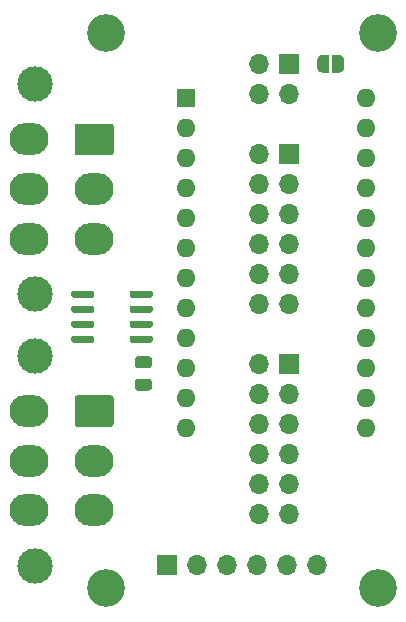
<source format=gbr>
G04 #@! TF.GenerationSoftware,KiCad,Pcbnew,(5.1.9)-1*
G04 #@! TF.CreationDate,2022-07-29T09:29:53-06:00*
G04 #@! TF.ProjectId,ABSIS_ALE,41425349-535f-4414-9c45-2e6b69636164,1*
G04 #@! TF.SameCoordinates,Original*
G04 #@! TF.FileFunction,Soldermask,Top*
G04 #@! TF.FilePolarity,Negative*
%FSLAX46Y46*%
G04 Gerber Fmt 4.6, Leading zero omitted, Abs format (unit mm)*
G04 Created by KiCad (PCBNEW (5.1.9)-1) date 2022-07-29 09:29:53*
%MOMM*%
%LPD*%
G01*
G04 APERTURE LIST*
%ADD10C,0.100000*%
%ADD11O,1.600000X1.600000*%
%ADD12R,1.600000X1.600000*%
%ADD13R,1.700000X1.700000*%
%ADD14O,1.700000X1.700000*%
%ADD15C,3.000000*%
%ADD16O,3.300000X2.700000*%
%ADD17C,3.200000*%
G04 APERTURE END LIST*
D10*
G36*
X151188900Y-69151598D02*
G01*
X151164366Y-69151598D01*
X151115535Y-69146788D01*
X151067410Y-69137216D01*
X151020455Y-69122972D01*
X150975122Y-69104195D01*
X150931849Y-69081064D01*
X150891050Y-69053804D01*
X150853121Y-69022676D01*
X150818424Y-68987979D01*
X150787296Y-68950050D01*
X150760036Y-68909251D01*
X150736905Y-68865978D01*
X150718128Y-68820645D01*
X150703884Y-68773690D01*
X150694312Y-68725565D01*
X150689502Y-68676734D01*
X150689502Y-68652200D01*
X150688900Y-68652200D01*
X150688900Y-68152200D01*
X150689502Y-68152200D01*
X150689502Y-68127666D01*
X150694312Y-68078835D01*
X150703884Y-68030710D01*
X150718128Y-67983755D01*
X150736905Y-67938422D01*
X150760036Y-67895149D01*
X150787296Y-67854350D01*
X150818424Y-67816421D01*
X150853121Y-67781724D01*
X150891050Y-67750596D01*
X150931849Y-67723336D01*
X150975122Y-67700205D01*
X151020455Y-67681428D01*
X151067410Y-67667184D01*
X151115535Y-67657612D01*
X151164366Y-67652802D01*
X151188900Y-67652802D01*
X151188900Y-67652200D01*
X151688900Y-67652200D01*
X151688900Y-69152200D01*
X151188900Y-69152200D01*
X151188900Y-69151598D01*
G37*
G36*
X151988900Y-67652200D02*
G01*
X152488900Y-67652200D01*
X152488900Y-67652802D01*
X152513434Y-67652802D01*
X152562265Y-67657612D01*
X152610390Y-67667184D01*
X152657345Y-67681428D01*
X152702678Y-67700205D01*
X152745951Y-67723336D01*
X152786750Y-67750596D01*
X152824679Y-67781724D01*
X152859376Y-67816421D01*
X152890504Y-67854350D01*
X152917764Y-67895149D01*
X152940895Y-67938422D01*
X152959672Y-67983755D01*
X152973916Y-68030710D01*
X152983488Y-68078835D01*
X152988298Y-68127666D01*
X152988298Y-68152200D01*
X152988900Y-68152200D01*
X152988900Y-68652200D01*
X152988298Y-68652200D01*
X152988298Y-68676734D01*
X152983488Y-68725565D01*
X152973916Y-68773690D01*
X152959672Y-68820645D01*
X152940895Y-68865978D01*
X152917764Y-68909251D01*
X152890504Y-68950050D01*
X152859376Y-68987979D01*
X152824679Y-69022676D01*
X152786750Y-69053804D01*
X152745951Y-69081064D01*
X152702678Y-69104195D01*
X152657345Y-69122972D01*
X152610390Y-69137216D01*
X152562265Y-69146788D01*
X152513434Y-69151598D01*
X152488900Y-69151598D01*
X152488900Y-69152200D01*
X151988900Y-69152200D01*
X151988900Y-67652200D01*
G37*
D11*
X154787600Y-71323200D03*
X139547600Y-99263200D03*
X154787600Y-73863200D03*
X139547600Y-96723200D03*
X154787600Y-76403200D03*
X139547600Y-94183200D03*
X154787600Y-78943200D03*
X139547600Y-91643200D03*
X154787600Y-81483200D03*
X139547600Y-89103200D03*
X154787600Y-84023200D03*
X139547600Y-86563200D03*
X154787600Y-86563200D03*
X139547600Y-84023200D03*
X154787600Y-89103200D03*
X139547600Y-81483200D03*
X154787600Y-91643200D03*
X139547600Y-78943200D03*
X154787600Y-94183200D03*
X139547600Y-76403200D03*
X154787600Y-96723200D03*
X139547600Y-73863200D03*
X154787600Y-99263200D03*
D12*
X139547600Y-71323200D03*
G36*
G01*
X131810000Y-91565000D02*
X131810000Y-91865000D01*
G75*
G02*
X131660000Y-92015000I-150000J0D01*
G01*
X130010000Y-92015000D01*
G75*
G02*
X129860000Y-91865000I0J150000D01*
G01*
X129860000Y-91565000D01*
G75*
G02*
X130010000Y-91415000I150000J0D01*
G01*
X131660000Y-91415000D01*
G75*
G02*
X131810000Y-91565000I0J-150000D01*
G01*
G37*
G36*
G01*
X131810000Y-90295000D02*
X131810000Y-90595000D01*
G75*
G02*
X131660000Y-90745000I-150000J0D01*
G01*
X130010000Y-90745000D01*
G75*
G02*
X129860000Y-90595000I0J150000D01*
G01*
X129860000Y-90295000D01*
G75*
G02*
X130010000Y-90145000I150000J0D01*
G01*
X131660000Y-90145000D01*
G75*
G02*
X131810000Y-90295000I0J-150000D01*
G01*
G37*
G36*
G01*
X131810000Y-89025000D02*
X131810000Y-89325000D01*
G75*
G02*
X131660000Y-89475000I-150000J0D01*
G01*
X130010000Y-89475000D01*
G75*
G02*
X129860000Y-89325000I0J150000D01*
G01*
X129860000Y-89025000D01*
G75*
G02*
X130010000Y-88875000I150000J0D01*
G01*
X131660000Y-88875000D01*
G75*
G02*
X131810000Y-89025000I0J-150000D01*
G01*
G37*
G36*
G01*
X131810000Y-87755000D02*
X131810000Y-88055000D01*
G75*
G02*
X131660000Y-88205000I-150000J0D01*
G01*
X130010000Y-88205000D01*
G75*
G02*
X129860000Y-88055000I0J150000D01*
G01*
X129860000Y-87755000D01*
G75*
G02*
X130010000Y-87605000I150000J0D01*
G01*
X131660000Y-87605000D01*
G75*
G02*
X131810000Y-87755000I0J-150000D01*
G01*
G37*
G36*
G01*
X136760000Y-87755000D02*
X136760000Y-88055000D01*
G75*
G02*
X136610000Y-88205000I-150000J0D01*
G01*
X134960000Y-88205000D01*
G75*
G02*
X134810000Y-88055000I0J150000D01*
G01*
X134810000Y-87755000D01*
G75*
G02*
X134960000Y-87605000I150000J0D01*
G01*
X136610000Y-87605000D01*
G75*
G02*
X136760000Y-87755000I0J-150000D01*
G01*
G37*
G36*
G01*
X136760000Y-89025000D02*
X136760000Y-89325000D01*
G75*
G02*
X136610000Y-89475000I-150000J0D01*
G01*
X134960000Y-89475000D01*
G75*
G02*
X134810000Y-89325000I0J150000D01*
G01*
X134810000Y-89025000D01*
G75*
G02*
X134960000Y-88875000I150000J0D01*
G01*
X136610000Y-88875000D01*
G75*
G02*
X136760000Y-89025000I0J-150000D01*
G01*
G37*
G36*
G01*
X136760000Y-90295000D02*
X136760000Y-90595000D01*
G75*
G02*
X136610000Y-90745000I-150000J0D01*
G01*
X134960000Y-90745000D01*
G75*
G02*
X134810000Y-90595000I0J150000D01*
G01*
X134810000Y-90295000D01*
G75*
G02*
X134960000Y-90145000I150000J0D01*
G01*
X136610000Y-90145000D01*
G75*
G02*
X136760000Y-90295000I0J-150000D01*
G01*
G37*
G36*
G01*
X136760000Y-91565000D02*
X136760000Y-91865000D01*
G75*
G02*
X136610000Y-92015000I-150000J0D01*
G01*
X134960000Y-92015000D01*
G75*
G02*
X134810000Y-91865000I0J150000D01*
G01*
X134810000Y-91565000D01*
G75*
G02*
X134960000Y-91415000I150000J0D01*
G01*
X136610000Y-91415000D01*
G75*
G02*
X136760000Y-91565000I0J-150000D01*
G01*
G37*
D13*
X148310000Y-68410000D03*
D14*
X145770000Y-68410000D03*
X148310000Y-70950000D03*
X145770000Y-70950000D03*
D15*
X126770000Y-110910000D03*
X126770000Y-93110000D03*
D16*
X126310000Y-106210000D03*
X126310000Y-102010000D03*
X126310000Y-97810000D03*
X131810000Y-106210000D03*
X131810000Y-102010000D03*
G36*
G01*
X130410001Y-96460000D02*
X133209999Y-96460000D01*
G75*
G02*
X133460000Y-96710001I0J-250001D01*
G01*
X133460000Y-98909999D01*
G75*
G02*
X133209999Y-99160000I-250001J0D01*
G01*
X130410001Y-99160000D01*
G75*
G02*
X130160000Y-98909999I0J250001D01*
G01*
X130160000Y-96710001D01*
G75*
G02*
X130410001Y-96460000I250001J0D01*
G01*
G37*
D15*
X126770000Y-87910000D03*
X126770000Y-70110000D03*
D16*
X126310000Y-83210000D03*
X126310000Y-79010000D03*
X126310000Y-74810000D03*
X131810000Y-83210000D03*
X131810000Y-79010000D03*
G36*
G01*
X130410001Y-73460000D02*
X133209999Y-73460000D01*
G75*
G02*
X133460000Y-73710001I0J-250001D01*
G01*
X133460000Y-75909999D01*
G75*
G02*
X133209999Y-76160000I-250001J0D01*
G01*
X130410001Y-76160000D01*
G75*
G02*
X130160000Y-75909999I0J250001D01*
G01*
X130160000Y-73710001D01*
G75*
G02*
X130410001Y-73460000I250001J0D01*
G01*
G37*
G36*
G01*
X136453900Y-94175200D02*
X135503900Y-94175200D01*
G75*
G02*
X135253900Y-93925200I0J250000D01*
G01*
X135253900Y-93425200D01*
G75*
G02*
X135503900Y-93175200I250000J0D01*
G01*
X136453900Y-93175200D01*
G75*
G02*
X136703900Y-93425200I0J-250000D01*
G01*
X136703900Y-93925200D01*
G75*
G02*
X136453900Y-94175200I-250000J0D01*
G01*
G37*
G36*
G01*
X136453900Y-96075200D02*
X135503900Y-96075200D01*
G75*
G02*
X135253900Y-95825200I0J250000D01*
G01*
X135253900Y-95325200D01*
G75*
G02*
X135503900Y-95075200I250000J0D01*
G01*
X136453900Y-95075200D01*
G75*
G02*
X136703900Y-95325200I0J-250000D01*
G01*
X136703900Y-95825200D01*
G75*
G02*
X136453900Y-96075200I-250000J0D01*
G01*
G37*
D17*
X155810000Y-112810000D03*
X132810000Y-112810000D03*
X155810000Y-65810000D03*
X132810000Y-65810000D03*
D14*
X150710000Y-110810000D03*
X148170000Y-110810000D03*
X145630000Y-110810000D03*
X143090000Y-110810000D03*
X140550000Y-110810000D03*
D13*
X138010000Y-110810000D03*
D14*
X145770000Y-106510000D03*
X148310000Y-106510000D03*
X145770000Y-103970000D03*
X148310000Y-103970000D03*
X145770000Y-101430000D03*
X148310000Y-101430000D03*
X145770000Y-98890000D03*
X148310000Y-98890000D03*
X145770000Y-96350000D03*
X148310000Y-96350000D03*
X145770000Y-93810000D03*
D13*
X148310000Y-93810000D03*
D14*
X145770000Y-88730000D03*
X148310000Y-88730000D03*
X145770000Y-86190000D03*
X148310000Y-86190000D03*
X145770000Y-83650000D03*
X148310000Y-83650000D03*
X145770000Y-81110000D03*
X148310000Y-81110000D03*
X145770000Y-78570000D03*
X148310000Y-78570000D03*
X145770000Y-76030000D03*
D13*
X148310000Y-76030000D03*
M02*

</source>
